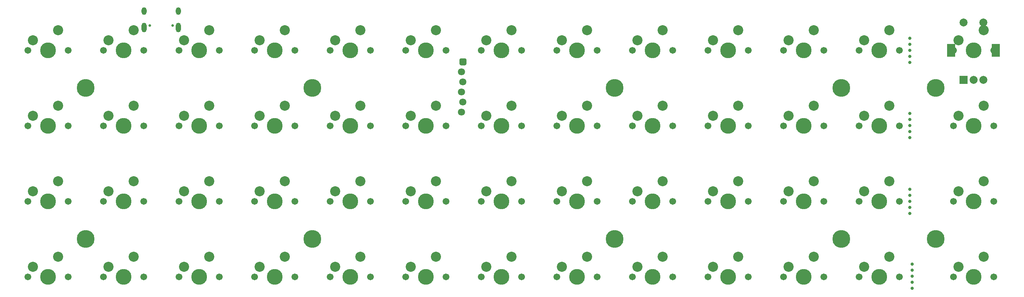
<source format=gts>
G04 #@! TF.GenerationSoftware,KiCad,Pcbnew,(5.1.10-1-10_14)*
G04 #@! TF.CreationDate,2021-08-09T23:30:33-05:00*
G04 #@! TF.ProjectId,ori,6f72692e-6b69-4636-9164-5f7063625858,rev?*
G04 #@! TF.SameCoordinates,Original*
G04 #@! TF.FileFunction,Soldermask,Top*
G04 #@! TF.FilePolarity,Negative*
%FSLAX46Y46*%
G04 Gerber Fmt 4.6, Leading zero omitted, Abs format (unit mm)*
G04 Created by KiCad (PCBNEW (5.1.10-1-10_14)) date 2021-08-09 23:30:33*
%MOMM*%
%LPD*%
G01*
G04 APERTURE LIST*
%ADD10C,4.500000*%
%ADD11C,0.800000*%
%ADD12C,2.540000*%
%ADD13C,1.701800*%
%ADD14C,3.987800*%
%ADD15R,2.000000X2.000000*%
%ADD16C,2.000000*%
%ADD17R,2.000000X3.200000*%
%ADD18C,1.803400*%
%ADD19O,1.300000X1.900000*%
%ADD20C,0.650000*%
%ADD21O,1.300000X2.400000*%
G04 APERTURE END LIST*
D10*
X96440641Y-62706266D03*
X153590689Y-100806298D03*
X286940801Y-62706266D03*
X286940801Y-100806298D03*
X229790753Y-62706266D03*
X153590689Y-62706266D03*
X229790753Y-100806298D03*
X96440641Y-100806298D03*
X310753321Y-100806298D03*
X310753321Y-62706266D03*
D11*
X304204878Y-75248000D03*
X304204878Y-73724000D03*
X304204878Y-69152000D03*
X304204878Y-70676000D03*
X304204878Y-72200000D03*
X304204878Y-94329290D03*
X304204878Y-92805290D03*
X304204878Y-88233290D03*
X304204878Y-89757290D03*
X304204878Y-91281290D03*
X304799995Y-113248000D03*
X304799995Y-111724000D03*
X304799995Y-107152000D03*
X304799995Y-108676000D03*
X304799995Y-110200000D03*
X304204878Y-56229258D03*
X304204878Y-54705258D03*
X304204878Y-50133258D03*
X304204878Y-51657258D03*
X304204878Y-53181258D03*
D12*
X316468185Y-69691370D03*
X322818185Y-67151370D03*
D13*
X325358185Y-72231370D03*
X315198185Y-72231370D03*
D14*
X320278185Y-72231370D03*
D12*
X121205625Y-50641250D03*
X127555625Y-48101250D03*
D13*
X130095625Y-53181250D03*
X119935625Y-53181250D03*
D14*
X125015625Y-53181250D03*
D12*
X316468185Y-107791530D03*
X322818185Y-105251530D03*
D13*
X325358185Y-110331530D03*
X315198185Y-110331530D03*
D14*
X320278185Y-110331530D03*
D15*
X317752725Y-60693950D03*
D16*
X320252725Y-60693950D03*
X322752725Y-60693950D03*
D17*
X314652725Y-53193950D03*
X325852725Y-53193950D03*
D16*
X317752725Y-46193950D03*
X322752725Y-46193950D03*
G36*
G01*
X192448100Y-55649150D02*
X192448100Y-56550850D01*
G75*
G02*
X191997250Y-57001700I-450850J0D01*
G01*
X191095550Y-57001700D01*
G75*
G02*
X190644700Y-56550850I0J450850D01*
G01*
X190644700Y-55649150D01*
G75*
G02*
X191095550Y-55198300I450850J0D01*
G01*
X191997250Y-55198300D01*
G75*
G02*
X192448100Y-55649150I0J-450850D01*
G01*
G37*
D18*
X191140000Y-58640000D03*
X191546400Y-61180000D03*
X191140000Y-63720000D03*
X191546400Y-66260000D03*
X191140000Y-68800000D03*
D19*
X111189825Y-43258627D03*
D20*
X112599825Y-46907627D03*
X118379825Y-46907627D03*
D19*
X119789825Y-43258627D03*
D21*
X119789825Y-47458627D03*
X111189825Y-47458627D03*
D14*
X320278125Y-53181250D03*
D13*
X315198125Y-53181250D03*
X325358125Y-53181250D03*
D12*
X322818125Y-48101250D03*
X316468125Y-50641250D03*
X316468185Y-88741450D03*
X322818185Y-86201450D03*
D13*
X325358185Y-91281450D03*
X315198185Y-91281450D03*
D14*
X320278185Y-91281450D03*
D12*
X83105625Y-50641250D03*
X89455625Y-48101250D03*
D13*
X91995625Y-53181250D03*
X81835625Y-53181250D03*
D14*
X86915625Y-53181250D03*
D12*
X102155625Y-50641250D03*
X108505625Y-48101250D03*
D13*
X111045625Y-53181250D03*
X100885625Y-53181250D03*
D14*
X105965625Y-53181250D03*
X144065625Y-53181250D03*
D13*
X138985625Y-53181250D03*
X149145625Y-53181250D03*
D12*
X146605625Y-48101250D03*
X140255625Y-50641250D03*
X159305625Y-50641250D03*
X165655625Y-48101250D03*
D13*
X168195625Y-53181250D03*
X158035625Y-53181250D03*
D14*
X163115625Y-53181250D03*
D12*
X178355625Y-50641250D03*
X184705625Y-48101250D03*
D13*
X187245625Y-53181250D03*
X177085625Y-53181250D03*
D14*
X182165625Y-53181250D03*
D12*
X197405625Y-50641250D03*
X203755625Y-48101250D03*
D13*
X206295625Y-53181250D03*
X196135625Y-53181250D03*
D14*
X201215625Y-53181250D03*
D12*
X216455625Y-50641250D03*
X222805625Y-48101250D03*
D13*
X225345625Y-53181250D03*
X215185625Y-53181250D03*
D14*
X220265625Y-53181250D03*
D12*
X235505625Y-50641250D03*
X241855625Y-48101250D03*
D13*
X244395625Y-53181250D03*
X234235625Y-53181250D03*
D14*
X239315625Y-53181250D03*
D12*
X254555625Y-50641250D03*
X260905625Y-48101250D03*
D13*
X263445625Y-53181250D03*
X253285625Y-53181250D03*
D14*
X258365625Y-53181250D03*
D12*
X273605625Y-50641250D03*
X279955625Y-48101250D03*
D13*
X282495625Y-53181250D03*
X272335625Y-53181250D03*
D14*
X277415625Y-53181250D03*
D12*
X292655625Y-50641250D03*
X299005625Y-48101250D03*
D13*
X301545625Y-53181250D03*
X291385625Y-53181250D03*
D14*
X296465625Y-53181250D03*
D12*
X83105625Y-69691250D03*
X89455625Y-67151250D03*
D13*
X91995625Y-72231250D03*
X81835625Y-72231250D03*
D14*
X86915625Y-72231250D03*
D12*
X102155625Y-69691250D03*
X108505625Y-67151250D03*
D13*
X111045625Y-72231250D03*
X100885625Y-72231250D03*
D14*
X105965625Y-72231250D03*
D12*
X121205625Y-69691250D03*
X127555625Y-67151250D03*
D13*
X130095625Y-72231250D03*
X119935625Y-72231250D03*
D14*
X125015625Y-72231250D03*
D12*
X140260799Y-69691250D03*
X146610799Y-67151250D03*
D13*
X149150799Y-72231250D03*
X138990799Y-72231250D03*
D14*
X144070799Y-72231250D03*
D12*
X159305625Y-69691250D03*
X165655625Y-67151250D03*
D13*
X168195625Y-72231250D03*
X158035625Y-72231250D03*
D14*
X163115625Y-72231250D03*
D12*
X178355625Y-69691250D03*
X184705625Y-67151250D03*
D13*
X187245625Y-72231250D03*
X177085625Y-72231250D03*
D14*
X182165625Y-72231250D03*
D12*
X197405625Y-69691250D03*
X203755625Y-67151250D03*
D13*
X206295625Y-72231250D03*
X196135625Y-72231250D03*
D14*
X201215625Y-72231250D03*
D12*
X216455625Y-69691250D03*
X222805625Y-67151250D03*
D13*
X225345625Y-72231250D03*
X215185625Y-72231250D03*
D14*
X220265625Y-72231250D03*
D12*
X235505625Y-69691250D03*
X241855625Y-67151250D03*
D13*
X244395625Y-72231250D03*
X234235625Y-72231250D03*
D14*
X239315625Y-72231250D03*
D12*
X254555625Y-69691250D03*
X260905625Y-67151250D03*
D13*
X263445625Y-72231250D03*
X253285625Y-72231250D03*
D14*
X258365625Y-72231250D03*
D12*
X273605625Y-69691250D03*
X279955625Y-67151250D03*
D13*
X282495625Y-72231250D03*
X272335625Y-72231250D03*
D14*
X277415625Y-72231250D03*
D12*
X292655625Y-69691250D03*
X299005625Y-67151250D03*
D13*
X301545625Y-72231250D03*
X291385625Y-72231250D03*
D14*
X296465625Y-72231250D03*
D12*
X83105625Y-88741250D03*
X89455625Y-86201250D03*
D13*
X91995625Y-91281250D03*
X81835625Y-91281250D03*
D14*
X86915625Y-91281250D03*
D12*
X102155625Y-88741250D03*
X108505625Y-86201250D03*
D13*
X111045625Y-91281250D03*
X100885625Y-91281250D03*
D14*
X105965625Y-91281250D03*
D12*
X121205625Y-88741250D03*
X127555625Y-86201250D03*
D13*
X130095625Y-91281250D03*
X119935625Y-91281250D03*
D14*
X125015625Y-91281250D03*
D12*
X140255625Y-88741250D03*
X146605625Y-86201250D03*
D13*
X149145625Y-91281250D03*
X138985625Y-91281250D03*
D14*
X144065625Y-91281250D03*
D12*
X159305625Y-88741250D03*
X165655625Y-86201250D03*
D13*
X168195625Y-91281250D03*
X158035625Y-91281250D03*
D14*
X163115625Y-91281250D03*
D12*
X178355625Y-88741250D03*
X184705625Y-86201250D03*
D13*
X187245625Y-91281250D03*
X177085625Y-91281250D03*
D14*
X182165625Y-91281250D03*
D12*
X216455625Y-88741250D03*
X222805625Y-86201250D03*
D13*
X225345625Y-91281250D03*
X215185625Y-91281250D03*
D14*
X220265625Y-91281250D03*
D12*
X235505625Y-88741250D03*
X241855625Y-86201250D03*
D13*
X244395625Y-91281250D03*
X234235625Y-91281250D03*
D14*
X239315625Y-91281250D03*
D12*
X254555625Y-88741250D03*
X260905625Y-86201250D03*
D13*
X263445625Y-91281250D03*
X253285625Y-91281250D03*
D14*
X258365625Y-91281250D03*
D12*
X273605625Y-88741250D03*
X279955625Y-86201250D03*
D13*
X282495625Y-91281250D03*
X272335625Y-91281250D03*
D14*
X277415625Y-91281250D03*
D12*
X83105625Y-107791250D03*
X89455625Y-105251250D03*
D13*
X91995625Y-110331250D03*
X81835625Y-110331250D03*
D14*
X86915625Y-110331250D03*
D12*
X102155625Y-107791250D03*
X108505625Y-105251250D03*
D13*
X111045625Y-110331250D03*
X100885625Y-110331250D03*
D14*
X105965625Y-110331250D03*
D12*
X121205625Y-107791250D03*
X127555625Y-105251250D03*
D13*
X130095625Y-110331250D03*
X119935625Y-110331250D03*
D14*
X125015625Y-110331250D03*
D12*
X140255625Y-107791250D03*
X146605625Y-105251250D03*
D13*
X149145625Y-110331250D03*
X138985625Y-110331250D03*
D14*
X144065625Y-110331250D03*
D12*
X159305625Y-107791250D03*
X165655625Y-105251250D03*
D13*
X168195625Y-110331250D03*
X158035625Y-110331250D03*
D14*
X163115625Y-110331250D03*
D12*
X178355625Y-107791250D03*
X184705625Y-105251250D03*
D13*
X187245625Y-110331250D03*
X177085625Y-110331250D03*
D14*
X182165625Y-110331250D03*
D12*
X216455625Y-107791250D03*
X222805625Y-105251250D03*
D13*
X225345625Y-110331250D03*
X215185625Y-110331250D03*
D14*
X220265625Y-110331250D03*
D12*
X235505625Y-107791250D03*
X241855625Y-105251250D03*
D13*
X244395625Y-110331250D03*
X234235625Y-110331250D03*
D14*
X239315625Y-110331250D03*
D12*
X254555625Y-107791250D03*
X260905625Y-105251250D03*
D13*
X263445625Y-110331250D03*
X253285625Y-110331250D03*
D14*
X258365625Y-110331250D03*
D12*
X273605625Y-107791250D03*
X279955625Y-105251250D03*
D13*
X282495625Y-110331250D03*
X272335625Y-110331250D03*
D14*
X277415625Y-110331250D03*
D12*
X197405625Y-88741250D03*
X203755625Y-86201250D03*
D13*
X206295625Y-91281250D03*
X196135625Y-91281250D03*
D14*
X201215625Y-91281250D03*
D12*
X197405625Y-107791250D03*
X203755625Y-105251250D03*
D13*
X206295625Y-110331250D03*
X196135625Y-110331250D03*
D14*
X201215625Y-110331250D03*
D12*
X292655625Y-88741250D03*
X299005625Y-86201250D03*
D13*
X301545625Y-91281250D03*
X291385625Y-91281250D03*
D14*
X296465625Y-91281250D03*
D12*
X292655625Y-107791250D03*
X299005625Y-105251250D03*
D13*
X301545625Y-110331250D03*
X291385625Y-110331250D03*
D14*
X296465625Y-110331250D03*
M02*

</source>
